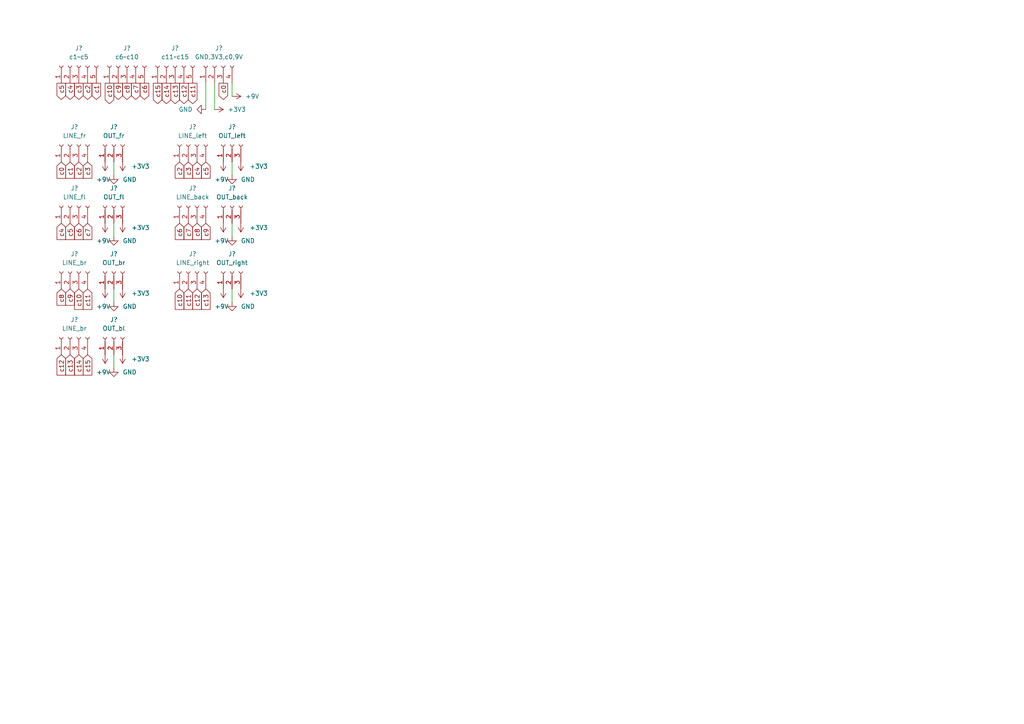
<source format=kicad_sch>
(kicad_sch (version 20211123) (generator eeschema)
  (paper "A4")
  (lib_symbols
    (symbol "Connector:Conn_01x03_Female" (pin_names (offset 1.016) hide)
      (property "Reference" "J" (at 0 5.08 0))
      (property "Value" "Conn_01x03_Female" (at 0 -5.08 0))
      (symbol "Conn_01x03_Female_1_1"
        (arc (start 0 -2.032) (mid -0.508 -2.54) (end 0 -3.048) (stroke (width 0.1524)))
        (polyline (pts (xy -1.27 -2.54) (xy -0.508 -2.54)) (stroke (width 0.1524)))
        (polyline (pts (xy -1.27 0) (xy -0.508 0)) (stroke (width 0.1524)))
        (polyline (pts (xy -1.27 2.54) (xy -0.508 2.54)) (stroke (width 0.1524)))
        (arc (start 0 0.508) (mid -0.508 0) (end 0 -0.508) (stroke (width 0.1524)))
        (arc (start 0 3.048) (mid -0.508 2.54) (end 0 2.032) (stroke (width 0.1524)))
        (pin passive line (at -5.08 2.54 0) (length 3.81) (name "Pin_1") (number "1"))
        (pin passive line (at -5.08 0 0) (length 3.81) (name "Pin_2") (number "2"))
        (pin passive line (at -5.08 -2.54 0) (length 3.81) (name "Pin_3") (number "3"))
      )
    )
    (symbol "Connector:Conn_01x04_Female" (pin_names (offset 1.016) hide)
      (property "Reference" "J" (at 0 5.08 0))
      (property "Value" "Conn_01x04_Female" (at 0 -7.62 0))
      (symbol "Conn_01x04_Female_1_1"
        (arc (start 0 -4.572) (mid -0.508 -5.08) (end 0 -5.588) (stroke (width 0.1524)))
        (arc (start 0 -2.032) (mid -0.508 -2.54) (end 0 -3.048) (stroke (width 0.1524)))
        (polyline (pts (xy -1.27 -5.08) (xy -0.508 -5.08)) (stroke (width 0.1524)))
        (polyline (pts (xy -1.27 -2.54) (xy -0.508 -2.54)) (stroke (width 0.1524)))
        (polyline (pts (xy -1.27 0) (xy -0.508 0)) (stroke (width 0.1524)))
        (polyline (pts (xy -1.27 2.54) (xy -0.508 2.54)) (stroke (width 0.1524)))
        (arc (start 0 0.508) (mid -0.508 0) (end 0 -0.508) (stroke (width 0.1524)))
        (arc (start 0 3.048) (mid -0.508 2.54) (end 0 2.032) (stroke (width 0.1524)))
        (pin passive line (at -5.08 2.54 0) (length 3.81) (name "Pin_1") (number "1"))
        (pin passive line (at -5.08 0 0) (length 3.81) (name "Pin_2") (number "2"))
        (pin passive line (at -5.08 -2.54 0) (length 3.81) (name "Pin_3") (number "3"))
        (pin passive line (at -5.08 -5.08 0) (length 3.81) (name "Pin_4") (number "4"))
      )
    )
    (symbol "Connector:Conn_01x05_Female" (pin_names (offset 1.016) hide)
      (property "Reference" "J" (at 0 7.62 0))
      (property "Value" "Conn_01x05_Female" (at 0 -7.62 0))
      (symbol "Conn_01x05_Female_1_1"
        (arc (start 0 -4.572) (mid -0.508 -5.08) (end 0 -5.588) (stroke (width 0.1524)))
        (arc (start 0 -2.032) (mid -0.508 -2.54) (end 0 -3.048) (stroke (width 0.1524)))
        (polyline (pts (xy -1.27 -5.08) (xy -0.508 -5.08)) (stroke (width 0.1524)))
        (polyline (pts (xy -1.27 -2.54) (xy -0.508 -2.54)) (stroke (width 0.1524)))
        (polyline (pts (xy -1.27 0) (xy -0.508 0)) (stroke (width 0.1524)))
        (polyline (pts (xy -1.27 2.54) (xy -0.508 2.54)) (stroke (width 0.1524)))
        (polyline (pts (xy -1.27 5.08) (xy -0.508 5.08)) (stroke (width 0.1524)))
        (arc (start 0 0.508) (mid -0.508 0) (end 0 -0.508) (stroke (width 0.1524)))
        (arc (start 0 3.048) (mid -0.508 2.54) (end 0 2.032) (stroke (width 0.1524)))
        (arc (start 0 5.588) (mid -0.508 5.08) (end 0 4.572) (stroke (width 0.1524)))
        (pin passive line (at -5.08 5.08 0) (length 3.81) (name "Pin_1") (number "1"))
        (pin passive line (at -5.08 2.54 0) (length 3.81) (name "Pin_2") (number "2"))
        (pin passive line (at -5.08 0 0) (length 3.81) (name "Pin_3") (number "3"))
        (pin passive line (at -5.08 -2.54 0) (length 3.81) (name "Pin_4") (number "4"))
        (pin passive line (at -5.08 -5.08 0) (length 3.81) (name "Pin_5") (number "5"))
      )
    )
    (symbol "power:+3V3" (power) (pin_names (offset 0))
      (property "Value" "+3V3" (at 0 3.556 0))
      (symbol "+3V3_0_1"
        (polyline (pts (xy -0.762 1.27) (xy 0 2.54)))
        (polyline (pts (xy 0 0) (xy 0 2.54)))
        (polyline (pts (xy 0 2.54) (xy 0.762 1.27)))
      )
      (symbol "+3V3_1_1"
        (pin power_in line (at 0 0 90) (length 0) hide (name "+3V3") (number "1"))
      )
    )
    (symbol "power:+9V" (power) (pin_names (offset 0))
      (property "Value" "+9V" (at 0 3.556 0))
      (symbol "+9V_0_1"
        (polyline (pts (xy -0.762 1.27) (xy 0 2.54)))
        (polyline (pts (xy 0 0) (xy 0 2.54)))
        (polyline (pts (xy 0 2.54) (xy 0.762 1.27)))
      )
      (symbol "+9V_1_1"
        (pin power_in line (at 0 0 90) (length 0) hide (name "+9V") (number "1"))
      )
    )
    (symbol "power:GND" (power) (pin_names (offset 0))
      (property "Value" "GND" (at 0 -3.81 0))
      (symbol "GND_0_1"
        (polyline (pts (xy 0 0) (xy 0 -1.27) (xy 1.27 -1.27) (xy 0 -2.54) (xy -1.27 -1.27) (xy 0 -1.27)))
      )
      (symbol "GND_1_1"
        (pin power_in line (at 0 0 270) (length 0) hide (name "GND") (number "1"))
      )
    )
  )
  (wire (pts (xy 33.02 68.58) (xy 33.02 64.77)))
  (wire (pts (xy 67.31 27.94) (xy 67.31 24.13)))
  (wire (pts (xy 62.23 24.13) (xy 62.23 31.75)))
  (wire (pts (xy 33.02 50.8) (xy 33.02 46.99)))
  (wire (pts (xy 59.69 24.13) (xy 59.69 31.75)))
  (wire (pts (xy 67.31 68.58) (xy 67.31 64.77)))
  (wire (pts (xy 67.31 87.63) (xy 67.31 83.82)))
  (wire (pts (xy 33.02 87.63) (xy 33.02 83.82)))
  (wire (pts (xy 33.02 106.68) (xy 33.02 102.87)))
  (wire (pts (xy 67.31 50.8) (xy 67.31 46.99)))
  (global_label "c10" (shape input) (at 22.86 83.82 270) (property "Intersheet References" "${INTERSHEET_REFS}" (effects hide)))
  (global_label "c11" (shape input) (at 54.61 83.82 270) (property "Intersheet References" "${INTERSHEET_REFS}" (effects hide)))
  (global_label "c8" (shape input) (at 17.78 83.82 270) (property "Intersheet References" "${INTERSHEET_REFS}" (effects hide)))
  (global_label "c10" (shape output) (at 31.75 24.13 270) (property "Intersheet References" "${INTERSHEET_REFS}" (effects hide)))
  (global_label "c14" (shape output) (at 48.26 24.13 270) (property "Intersheet References" "${INTERSHEET_REFS}" (effects hide)))
  (global_label "c0" (shape output) (at 64.77 24.13 270) (property "Intersheet References" "${INTERSHEET_REFS}" (effects hide)))
  (global_label "c15" (shape output) (at 45.72 24.13 270) (property "Intersheet References" "${INTERSHEET_REFS}" (effects hide)))
  (global_label "c3" (shape input) (at 25.4 46.99 270) (property "Intersheet References" "${INTERSHEET_REFS}" (effects hide)))
  (global_label "c3" (shape input) (at 54.61 46.99 270) (property "Intersheet References" "${INTERSHEET_REFS}" (effects hide)))
  (global_label "c4" (shape input) (at 17.78 64.77 270) (property "Intersheet References" "${INTERSHEET_REFS}" (effects hide)))
  (global_label "c0" (shape input) (at 17.78 46.99 270) (property "Intersheet References" "${INTERSHEET_REFS}" (effects hide)))
  (global_label "c5" (shape output) (at 17.78 24.13 270) (property "Intersheet References" "${INTERSHEET_REFS}" (effects hide)))
  (global_label "c2" (shape output) (at 25.4 24.13 270) (property "Intersheet References" "${INTERSHEET_REFS}" (effects hide)))
  (global_label "c11" (shape input) (at 25.4 83.82 270) (property "Intersheet References" "${INTERSHEET_REFS}" (effects hide)))
  (global_label "c6" (shape input) (at 22.86 64.77 270) (property "Intersheet References" "${INTERSHEET_REFS}" (effects hide)))
  (global_label "c5" (shape input) (at 20.32 64.77 270) (property "Intersheet References" "${INTERSHEET_REFS}" (effects hide)))
  (global_label "c14" (shape input) (at 22.86 102.87 270) (property "Intersheet References" "${INTERSHEET_REFS}" (effects hide)))
  (global_label "c4" (shape input) (at 57.15 46.99 270) (property "Intersheet References" "${INTERSHEET_REFS}" (effects hide)))
  (global_label "c8" (shape input) (at 57.15 64.77 270) (property "Intersheet References" "${INTERSHEET_REFS}" (effects hide)))
  (global_label "c13" (shape input) (at 20.32 102.87 270) (property "Intersheet References" "${INTERSHEET_REFS}" (effects hide)))
  (global_label "c2" (shape input) (at 22.86 46.99 270) (property "Intersheet References" "${INTERSHEET_REFS}" (effects hide)))
  (global_label "c7" (shape input) (at 54.61 64.77 270) (property "Intersheet References" "${INTERSHEET_REFS}" (effects hide)))
  (global_label "c1" (shape output) (at 27.94 24.13 270) (property "Intersheet References" "${INTERSHEET_REFS}" (effects hide)))
  (global_label "c15" (shape input) (at 25.4 102.87 270) (property "Intersheet References" "${INTERSHEET_REFS}" (effects hide)))
  (global_label "c7" (shape input) (at 25.4 64.77 270) (property "Intersheet References" "${INTERSHEET_REFS}" (effects hide)))
  (global_label "c6" (shape output) (at 41.91 24.13 270) (property "Intersheet References" "${INTERSHEET_REFS}" (effects hide)))
  (global_label "c3" (shape output) (at 22.86 24.13 270) (property "Intersheet References" "${INTERSHEET_REFS}" (effects hide)))
  (global_label "c13" (shape output) (at 50.8 24.13 270) (property "Intersheet References" "${INTERSHEET_REFS}" (effects hide)))
  (global_label "c9" (shape input) (at 59.69 64.77 270) (property "Intersheet References" "${INTERSHEET_REFS}" (effects hide)))
  (global_label "c6" (shape input) (at 52.07 64.77 270) (property "Intersheet References" "${INTERSHEET_REFS}" (effects hide)))
  (global_label "c12" (shape output) (at 53.34 24.13 270) (property "Intersheet References" "${INTERSHEET_REFS}" (effects hide)))
  (global_label "c11" (shape output) (at 55.88 24.13 270) (property "Intersheet References" "${INTERSHEET_REFS}" (effects hide)))
  (global_label "c12" (shape input) (at 17.78 102.87 270) (property "Intersheet References" "${INTERSHEET_REFS}" (effects hide)))
  (global_label "c13" (shape input) (at 59.69 83.82 270) (property "Intersheet References" "${INTERSHEET_REFS}" (effects hide)))
  (global_label "c10" (shape input) (at 52.07 83.82 270) (property "Intersheet References" "${INTERSHEET_REFS}" (effects hide)))
  (global_label "c4" (shape output) (at 20.32 24.13 270) (property "Intersheet References" "${INTERSHEET_REFS}" (effects hide)))
  (global_label "c7" (shape output) (at 39.37 24.13 270) (property "Intersheet References" "${INTERSHEET_REFS}" (effects hide)))
  (global_label "c12" (shape input) (at 57.15 83.82 270) (property "Intersheet References" "${INTERSHEET_REFS}" (effects hide)))
  (global_label "c9" (shape output) (at 34.29 24.13 270) (property "Intersheet References" "${INTERSHEET_REFS}" (effects hide)))
  (global_label "c1" (shape input) (at 20.32 46.99 270) (property "Intersheet References" "${INTERSHEET_REFS}" (effects hide)))
  (global_label "c9" (shape input) (at 20.32 83.82 270) (property "Intersheet References" "${INTERSHEET_REFS}" (effects hide)))
  (global_label "c2" (shape input) (at 52.07 46.99 270) (property "Intersheet References" "${INTERSHEET_REFS}" (effects hide)))
  (global_label "c8" (shape output) (at 36.83 24.13 270) (property "Intersheet References" "${INTERSHEET_REFS}" (effects hide)))
  (global_label "c5" (shape input) (at 59.69 46.99 270) (property "Intersheet References" "${INTERSHEET_REFS}" (effects hide)))
  (symbol (lib_id "power:GND") (at 59.69 31.75 270) (unit 1)
    (property "Reference" "#PWR?" (effects hide))
    (property "Value" "GND" (at 55.88 31.7499 90) (effects (justify right)))
  )
  (symbol (lib_id "power:GND") (at 67.31 87.63 0) (unit 1)
    (property "Reference" "#PWR?" (effects hide))
    (property "Value" "GND" (at 69.85 88.8999 0) (effects (justify left)))
  )
  (symbol (lib_id "Connector:Conn_01x04_Female") (at 20.32 59.69 90) (unit 1)
    (property "Reference" "J?" (at 21.59 54.61 90))
    (property "Value" "LINE_fl" (at 21.59 57.15 90))
  )
  (symbol (lib_id "power:+9V") (at 30.48 46.99 180) (unit 1)
    (property "Reference" "#PWR?" (effects hide))
    (property "Value" "+9V" (at 27.94 52.07 0) (effects (justify right)))
  )
  (symbol (lib_id "power:+3V3") (at 69.85 83.82 180) (unit 1)
    (property "Reference" "#PWR?" (effects hide))
    (property "Value" "+3V3" (at 72.39 85.0899 0) (effects (justify right)))
  )
  (symbol (lib_id "power:+3V3") (at 35.56 46.99 180) (unit 1)
    (property "Reference" "#PWR?" (effects hide))
    (property "Value" "+3V3" (at 38.1 48.2599 0) (effects (justify right)))
  )
  (symbol (lib_id "Connector:Conn_01x03_Female") (at 33.02 97.79 90) (unit 1)
    (property "Reference" "J?" (at 33.02 92.71 90))
    (property "Value" "OUT_bl" (at 33.02 95.25 90))
  )
  (symbol (lib_id "Connector:Conn_01x03_Female") (at 33.02 78.74 90) (unit 1)
    (property "Reference" "J?" (at 33.02 73.66 90))
    (property "Value" "OUT_br" (at 33.02 76.2 90))
  )
  (symbol (lib_id "Connector:Conn_01x04_Female") (at 20.32 41.91 90) (unit 1)
    (property "Reference" "J?" (at 21.59 36.83 90))
    (property "Value" "LINE_fr" (at 21.59 39.37 90))
  )
  (symbol (lib_id "power:+9V") (at 30.48 102.87 180) (unit 1)
    (property "Reference" "#PWR?" (effects hide))
    (property "Value" "+9V" (at 27.94 107.95 0) (effects (justify right)))
  )
  (symbol (lib_id "power:GND") (at 33.02 87.63 0) (unit 1)
    (property "Reference" "#PWR?" (effects hide))
    (property "Value" "GND" (at 35.56 88.8999 0) (effects (justify left)))
  )
  (symbol (lib_id "power:+3V3") (at 35.56 83.82 180) (unit 1)
    (property "Reference" "#PWR?" (effects hide))
    (property "Value" "+3V3" (at 38.1 85.0899 0) (effects (justify right)))
  )
  (symbol (lib_id "power:+9V") (at 30.48 83.82 180) (unit 1)
    (property "Reference" "#PWR?" (effects hide))
    (property "Value" "+9V" (at 27.94 88.9 0) (effects (justify right)))
  )
  (symbol (lib_id "power:GND") (at 33.02 50.8 0) (unit 1)
    (property "Reference" "#PWR?" (effects hide))
    (property "Value" "GND" (at 35.56 52.0699 0) (effects (justify left)))
  )
  (symbol (lib_id "Connector:Conn_01x04_Female") (at 62.23 19.05 90) (unit 1)
    (property "Reference" "J?" (at 63.5 13.97 90))
    (property "Value" "GND,3V3,c0,9V" (at 63.5 16.51 90))
  )
  (symbol (lib_id "power:+9V") (at 30.48 64.77 180) (unit 1)
    (property "Reference" "#PWR?" (effects hide))
    (property "Value" "+9V" (at 27.94 69.85 0) (effects (justify right)))
  )
  (symbol (lib_id "Connector:Conn_01x05_Female") (at 50.8 19.05 90) (unit 1)
    (property "Reference" "J?" (at 50.8 13.97 90))
    (property "Value" "c11~c15" (at 50.8 16.51 90))
  )
  (symbol (lib_id "Connector:Conn_01x03_Female") (at 67.31 78.74 90) (unit 1)
    (property "Reference" "J?" (at 67.31 73.66 90))
    (property "Value" "OUT_right" (at 67.31 76.2 90))
  )
  (symbol (lib_id "power:+3V3") (at 69.85 64.77 180) (unit 1)
    (property "Reference" "#PWR?" (effects hide))
    (property "Value" "+3V3" (at 72.39 66.0399 0) (effects (justify right)))
  )
  (symbol (lib_id "Connector:Conn_01x03_Female") (at 67.31 59.69 90) (unit 1)
    (property "Reference" "J?" (at 67.31 54.61 90))
    (property "Value" "OUT_back" (at 67.31 57.15 90))
  )
  (symbol (lib_id "Connector:Conn_01x03_Female") (at 33.02 59.69 90) (unit 1)
    (property "Reference" "J?" (at 33.02 54.61 90))
    (property "Value" "OUT_fl" (at 33.02 57.15 90))
  )
  (symbol (lib_id "power:GND") (at 67.31 68.58 0) (unit 1)
    (property "Reference" "#PWR?" (effects hide))
    (property "Value" "GND" (at 69.85 69.8499 0) (effects (justify left)))
  )
  (symbol (lib_id "Connector:Conn_01x04_Female") (at 20.32 97.79 90) (unit 1)
    (property "Reference" "J?" (at 21.59 92.71 90))
    (property "Value" "LINE_br" (at 21.59 95.25 90))
  )
  (symbol (lib_id "power:+3V3") (at 35.56 102.87 180) (unit 1)
    (property "Reference" "#PWR?" (effects hide))
    (property "Value" "+3V3" (at 38.1 104.1399 0) (effects (justify right)))
  )
  (symbol (lib_id "power:GND") (at 33.02 68.58 0) (unit 1)
    (property "Reference" "#PWR?" (effects hide))
    (property "Value" "GND" (at 35.56 69.8499 0) (effects (justify left)))
  )
  (symbol (lib_id "Connector:Conn_01x03_Female") (at 67.31 41.91 90) (unit 1)
    (property "Reference" "J?" (at 67.31 36.83 90))
    (property "Value" "OUT_left" (at 67.31 39.37 90))
  )
  (symbol (lib_id "power:+9V") (at 64.77 83.82 180) (unit 1)
    (property "Reference" "#PWR?" (effects hide))
    (property "Value" "+9V" (at 62.23 88.9 0) (effects (justify right)))
  )
  (symbol (lib_id "power:+9V") (at 64.77 64.77 180) (unit 1)
    (property "Reference" "#PWR?" (effects hide))
    (property "Value" "+9V" (at 62.23 69.85 0) (effects (justify right)))
  )
  (symbol (lib_id "power:+9V") (at 67.31 27.94 270) (unit 1)
    (property "Reference" "#PWR?" (effects hide))
    (property "Value" "+9V" (at 71.12 27.9399 90) (effects (justify left)))
  )
  (symbol (lib_id "power:GND") (at 33.02 106.68 0) (unit 1)
    (property "Reference" "#PWR?" (effects hide))
    (property "Value" "GND" (at 35.56 107.9499 0) (effects (justify left)))
  )
  (symbol (lib_id "Connector:Conn_01x05_Female") (at 36.83 19.05 90) (unit 1)
    (property "Reference" "J?" (at 36.83 13.97 90))
    (property "Value" "c6~c10" (at 36.83 16.51 90))
  )
  (symbol (lib_id "power:+9V") (at 64.77 46.99 180) (unit 1)
    (property "Reference" "#PWR?" (effects hide))
    (property "Value" "+9V" (at 62.23 52.07 0) (effects (justify right)))
  )
  (symbol (lib_id "power:+3V3") (at 35.56 64.77 180) (unit 1)
    (property "Reference" "#PWR?" (effects hide))
    (property "Value" "+3V3" (at 38.1 66.0399 0) (effects (justify right)))
  )
  (symbol (lib_id "Connector:Conn_01x04_Female") (at 20.32 78.74 90) (unit 1)
    (property "Reference" "J?" (at 21.59 73.66 90))
    (property "Value" "LINE_br" (at 21.59 76.2 90))
  )
  (symbol (lib_id "Connector:Conn_01x04_Female") (at 54.61 41.91 90) (unit 1)
    (property "Reference" "J?" (at 55.88 36.83 90))
    (property "Value" "LINE_left" (at 55.88 39.37 90))
  )
  (symbol (lib_id "Connector:Conn_01x04_Female") (at 54.61 59.69 90) (unit 1)
    (property "Reference" "J?" (at 55.88 54.61 90))
    (property "Value" "LINE_back" (at 55.88 57.15 90))
  )
  (symbol (lib_id "Connector:Conn_01x03_Female") (at 33.02 41.91 90) (unit 1)
    (property "Reference" "J?" (at 33.02 36.83 90))
    (property "Value" "OUT_fr" (at 33.02 39.37 90))
  )
  (symbol (lib_id "power:+3V3") (at 62.23 31.75 270) (unit 1)
    (property "Reference" "#PWR?" (effects hide))
    (property "Value" "+3V3" (at 66.04 31.7499 90) (effects (justify left)))
  )
  (symbol (lib_id "power:GND") (at 67.31 50.8 0) (unit 1)
    (property "Reference" "#PWR?" (effects hide))
    (property "Value" "GND" (at 69.85 52.0699 0) (effects (justify left)))
  )
  (symbol (lib_id "Connector:Conn_01x04_Female") (at 54.61 78.74 90) (unit 1)
    (property "Reference" "J?" (at 55.88 73.66 90))
    (property "Value" "LINE_right" (at 55.88 76.2 90))
  )
  (symbol (lib_id "Connector:Conn_01x05_Female") (at 22.86 19.05 90) (unit 1)
    (property "Reference" "J?" (at 22.86 13.97 90))
    (property "Value" "c1~c5" (at 22.86 16.51 90))
  )
  (symbol (lib_id "power:+3V3") (at 69.85 46.99 180) (unit 1)
    (property "Reference" "#PWR?" (effects hide))
    (property "Value" "+3V3" (at 72.39 48.2599 0) (effects (justify right)))
  )
)
</source>
